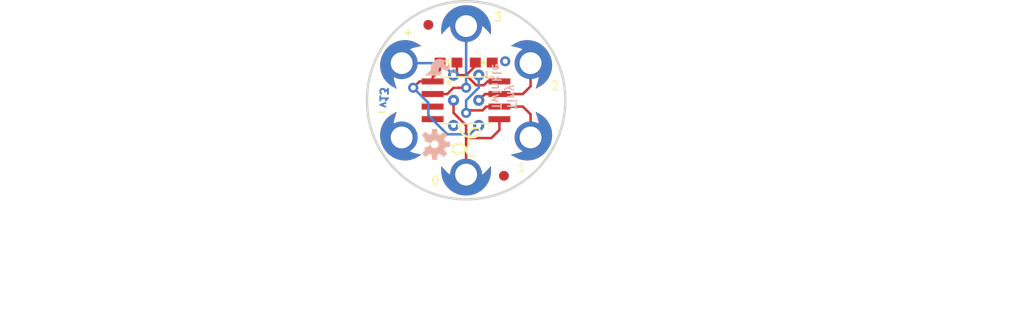
<source format=kicad_pcb>
(kicad_pcb (version 20211014) (generator pcbnew)
  (layers (0 "F.Cu" signal) (31 "B.Cu" signal) (34 "B.Paste" user) (35 "F.Paste" user) (36 "B.SilkS" user "B.Silkscreen") (37 "F.SilkS" user "F.Silkscreen") (38 "B.Mask" user) (39 "F.Mask" user) (44 "Edge.Cuts" user))
  (net 0 "")
  (net 1 "VCC")
  (net 2 "NRESET")
  (net 3 "GND")
  (net 4 "MOSI")
  (net 5 "MISO")
  (net 6 "SCK")
  (net 7 "N$6")
  (footprint "boardEagle:FIDUCIAL-1X2" (layer "F.Cu") (at 152.3111 112.6236)
    (fp_text reference "FID2" hide)
    (fp_text value "FIDUCIAL1X2" hide)
    (pad "1" smd roundrect (at 0 0) (size 1 1) (layers "F.Cu" "F.Mask") (roundrect_rratio 0.5))
  )
  (footprint "boardEagle:PETAL-SMALL-2SIDE" (layer "F.Cu") (at 142.0036 101.2521 -120)
    (fp_text reference "U$5" hide)
    (fp_text value "SEWTAP6" hide)
    (fp_poly (pts (xy -1.854655 -0.173117) (xy -1.587233 0.02496) (xy -1.296131 0.192254) (xy -0.987629 0.324761) (xy -0.665876 0.420699) (xy -0.335186 0.478783) (xy -0.000001 0.49823) (xy 0.335185 0.478783) (xy 0.665875 0.4207) (xy 0.987628 0.324762) (xy 1.29613 0.192254) (xy 1.587231 0.024961) (xy 1.857026 -0.174874) (xy 2.101909 -0.404578) (xy 2.32514 -0.668824) (xy 2.493638 -0.837322) (xy 2.51214 -0.289809) (xy 2.481402 0.029121) (xy 2.409619 0.341384) (xy 2.298003 0.641723) (xy 2.148431 0.925078) (xy 1.963424 1.186677) (xy 1.746098 1.422114) (xy 1.500112 1.627423) (xy 1.22961 1.799149) (xy 0.939146 1.934398) (xy 0.633613 2.030893) (xy 0.318157 2.087007) (xy 0.002347 2.1016) (xy -0.002346 2.1016) (xy -0.318157 2.087008) (xy -0.633613 2.030893) (xy -0.939146 1.934399) (xy -1.22961 1.79915) (xy -1.500112 1.627424) (xy -1.746098 1.422115) (xy -1.963425 1.186678) (xy -2.148432 0.925079) (xy -2.298003 0.641724) (xy -2.409619 0.341385) (xy -2.481402 0.029122) (xy -2.512141 -0.289808) (xy -2.5016 -0.601715) (xy -2.5016 -0.854591)) (layer "F.Cu") (width 0) (fill solid))
    (fp_poly (pts (xy 2.5016 -0.601715) (xy 2.512141 -0.289808) (xy 2.481402 0.029122) (xy 2.409619 0.341385) (xy 2.298003 0.641724) (xy 2.148432 0.925079) (xy 1.963425 1.186678) (xy 1.746098 1.422115) (xy 1.500112 1.627424) (xy 1.22961 1.79915) (xy 0.939146 1.934399) (xy 0.633613 2.030893) (xy 0.318157 2.087008) (xy 0.002346 2.1016) (xy -0.002347 2.1016) (xy -0.318157 2.087007) (xy -0.633613 2.030893) (xy -0.939146 1.934398) (xy -1.22961 1.799149) (xy -1.500112 1.627423) (xy -1.746098 1.422114) (xy -1.963424 1.186677) (xy -2.148431 0.925078) (xy -2.298003 0.641723) (xy -2.409619 0.341384) (xy -2.482146 0.025885) (xy -2.50954 -0.853224) (xy -2.32514 -0.668824) (xy -2.101909 -0.404578) (xy -1.857026 -0.174874) (xy -1.587231 0.024961) (xy -1.29613 0.192254) (xy -0.987628 0.324762) (xy -0.665875 0.4207) (xy -0.335185 0.478783) (xy 0.000001 0.49823) (xy 0.335186 0.478783) (xy 0.665876 0.420699) (xy 0.987629 0.324761) (xy 1.296131 0.192254) (xy 1.587233 0.02496) (xy 1.854655 -0.173117) (xy 2.5016 -0.854591)) (layer "B.Cu") (width 0) (fill solid))
    (pad "1" thru_hole circle (at 0 0 330) (size 3.216 3.216) (drill 2.2) (layers *.Cu *.Mask) (net 1 "VCC"))
  )
  (footprint "boardEagle:0603-RES" (layer "F.Cu") (at 146.7231 101.1936 180)
    (fp_text reference "R1" (at -0.889 -0.762 180) (layer "F.SilkS") (effects (font (size 0.373888 0.373888) (thickness 0.032512)) (justify right top)))
    (fp_text value "10k")
    (fp_poly (pts (xy -0.2286 0.381) (xy 0.2286 0.381) (xy 0.2286 -0.381) (xy -0.2286 -0.381)) (layer "F.SilkS") (width 0) (fill solid))
    (pad "1" smd rect (at -0.85 0 180) (size 1.1 1) (layers "F.Cu" "F.Paste" "F.Mask") (net 1 "VCC"))
    (pad "2" smd rect (at 0.85 0 180) (size 1.1 1) (layers "F.Cu" "F.Paste" "F.Mask") (net 2 "NRESET"))
  )
  (footprint "boardEagle:PETAL-SMALL-2SIDE" (layer "F.Cu") (at 148.5011 97.5106 180)
    (fp_text reference "U$6" hide)
    (fp_text value "SEWTAP6" hide)
    (fp_poly (pts (xy -1.854655 -0.173117) (xy -1.587233 0.02496) (xy -1.296131 0.192254) (xy -0.987629 0.324761) (xy -0.665876 0.420699) (xy -0.335186 0.478783) (xy -0.000001 0.49823) (xy 0.335185 0.478783) (xy 0.665875 0.4207) (xy 0.987628 0.324762) (xy 1.29613 0.192254) (xy 1.587231 0.024961) (xy 1.857026 -0.174874) (xy 2.101909 -0.404578) (xy 2.32514 -0.668824) (xy 2.493638 -0.837322) (xy 2.51214 -0.289809) (xy 2.481402 0.029121) (xy 2.409619 0.341384) (xy 2.298003 0.641723) (xy 2.148431 0.925078) (xy 1.963424 1.186677) (xy 1.746098 1.422114) (xy 1.500112 1.627423) (xy 1.22961 1.799149) (xy 0.939146 1.934398) (xy 0.633613 2.030893) (xy 0.318157 2.087007) (xy 0.002347 2.1016) (xy -0.002346 2.1016) (xy -0.318157 2.087008) (xy -0.633613 2.030893) (xy -0.939146 1.934399) (xy -1.22961 1.79915) (xy -1.500112 1.627424) (xy -1.746098 1.422115) (xy -1.963425 1.186678) (xy -2.148432 0.925079) (xy -2.298003 0.641724) (xy -2.409619 0.341385) (xy -2.481402 0.029122) (xy -2.512141 -0.289808) (xy -2.5016 -0.601715) (xy -2.5016 -0.854591)) (layer "F.Cu") (width 0) (fill solid))
    (fp_poly (pts (xy 2.5016 -0.601715) (xy 2.512141 -0.289808) (xy 2.481402 0.029122) (xy 2.409619 0.341385) (xy 2.298003 0.641724) (xy 2.148432 0.925079) (xy 1.963425 1.186678) (xy 1.746098 1.422115) (xy 1.500112 1.627424) (xy 1.22961 1.79915) (xy 0.939146 1.934399) (xy 0.633613 2.030893) (xy 0.318157 2.087008) (xy 0.002346 2.1016) (xy -0.002347 2.1016) (xy -0.318157 2.087007) (xy -0.633613 2.030893) (xy -0.939146 1.934398) (xy -1.22961 1.799149) (xy -1.500112 1.627423) (xy -1.746098 1.422114) (xy -1.963424 1.186677) (xy -2.148431 0.925078) (xy -2.298003 0.641723) (xy -2.409619 0.341384) (xy -2.482146 0.025885) (xy -2.50954 -0.853224) (xy -2.32514 -0.668824) (xy -2.101909 -0.404578) (xy -1.857026 -0.174874) (xy -1.587231 0.024961) (xy -1.29613 0.192254) (xy -0.987628 0.324762) (xy -0.665875 0.4207) (xy -0.335185 0.478783) (xy 0.000001 0.49823) (xy 0.335186 0.478783) (xy 0.665876 0.420699) (xy 0.987629 0.324761) (xy 1.296131 0.192254) (xy 1.587233 0.02496) (xy 1.854655 -0.173117) (xy 2.5016 -0.854591)) (layer "B.Cu") (width 0) (fill solid))
    (pad "1" thru_hole circle (at 0 0 270) (size 3.216 3.216) (drill 2.2) (layers *.Cu *.Mask) (net 7 "N$6"))
  )
  (footprint "boardEagle:PETAL-SMALL-2SIDE" (layer "F.Cu") (at 154.9951 101.2501 120)
    (fp_text reference "U$4" hide)
    (fp_text value "SEWTAP6" hide)
    (fp_poly (pts (xy -1.854655 -0.173117) (xy -1.587233 0.02496) (xy -1.296131 0.192254) (xy -0.987629 0.324761) (xy -0.665876 0.420699) (xy -0.335186 0.478783) (xy -0.000001 0.49823) (xy 0.335185 0.478783) (xy 0.665875 0.4207) (xy 0.987628 0.324762) (xy 1.29613 0.192254) (xy 1.587231 0.024961) (xy 1.857026 -0.174874) (xy 2.101909 -0.404578) (xy 2.32514 -0.668824) (xy 2.493638 -0.837322) (xy 2.51214 -0.289809) (xy 2.481402 0.029121) (xy 2.409619 0.341384) (xy 2.298003 0.641723) (xy 2.148431 0.925078) (xy 1.963424 1.186677) (xy 1.746098 1.422114) (xy 1.500112 1.627423) (xy 1.22961 1.799149) (xy 0.939146 1.934398) (xy 0.633613 2.030893) (xy 0.318157 2.087007) (xy 0.002347 2.1016) (xy -0.002346 2.1016) (xy -0.318157 2.087008) (xy -0.633613 2.030893) (xy -0.939146 1.934399) (xy -1.22961 1.79915) (xy -1.500112 1.627424) (xy -1.746098 1.422115) (xy -1.963425 1.186678) (xy -2.148432 0.925079) (xy -2.298003 0.641724) (xy -2.409619 0.341385) (xy -2.481402 0.029122) (xy -2.512141 -0.289808) (xy -2.5016 -0.601715) (xy -2.5016 -0.854591)) (layer "F.Cu") (width 0) (fill solid))
    (fp_poly (pts (xy 2.5016 -0.601715) (xy 2.512141 -0.289808) (xy 2.481402 0.029122) (xy 2.409619 0.341385) (xy 2.298003 0.641724) (xy 2.148432 0.925079) (xy 1.963425 1.186678) (xy 1.746098 1.422115) (xy 1.500112 1.627424) (xy 1.22961 1.79915) (xy 0.939146 1.934399) (xy 0.633613 2.030893) (xy 0.318157 2.087008) (xy 0.002346 2.1016) (xy -0.002347 2.1016) (xy -0.318157 2.087007) (xy -0.633613 2.030893) (xy -0.939146 1.934398) (xy -1.22961 1.799149) (xy -1.500112 1.627423) (xy -1.746098 1.422114) (xy -1.963424 1.186677) (xy -2.148431 0.925078) (xy -2.298003 0.641723) (xy -2.409619 0.341384) (xy -2.482146 0.025885) (xy -2.50954 -0.853224) (xy -2.32514 -0.668824) (xy -2.101909 -0.404578) (xy -1.857026 -0.174874) (xy -1.587231 0.024961) (xy -1.29613 0.192254) (xy -0.987628 0.324762) (xy -0.665875 0.4207) (xy -0.335185 0.478783) (xy 0.000001 0.49823) (xy 0.335186 0.478783) (xy 0.665876 0.420699) (xy 0.987629 0.324761) (xy 1.296131 0.192254) (xy 1.587233 0.02496) (xy 1.854655 -0.173117) (xy 2.5016 -0.854591)) (layer "B.Cu") (width 0) (fill solid))
    (pad "1" thru_hole circle (at 0 0 210) (size 3.216 3.216) (drill 2.2) (layers *.Cu *.Mask) (net 6 "SCK"))
  )
  (footprint "boardEagle:PETAL-SMALL-2SIDE" (layer "F.Cu") (at 154.9973 108.7527 60)
    (fp_text reference "U$3" hide)
    (fp_text value "SEWTAP6" hide)
    (fp_poly (pts (xy -1.854655 -0.173117) (xy -1.587233 0.02496) (xy -1.296131 0.192254) (xy -0.987629 0.324761) (xy -0.665876 0.420699) (xy -0.335186 0.478783) (xy -0.000001 0.49823) (xy 0.335185 0.478783) (xy 0.665875 0.4207) (xy 0.987628 0.324762) (xy 1.29613 0.192254) (xy 1.587231 0.024961) (xy 1.857026 -0.174874) (xy 2.101909 -0.404578) (xy 2.32514 -0.668824) (xy 2.493638 -0.837322) (xy 2.51214 -0.289809) (xy 2.481402 0.029121) (xy 2.409619 0.341384) (xy 2.298003 0.641723) (xy 2.148431 0.925078) (xy 1.963424 1.186677) (xy 1.746098 1.422114) (xy 1.500112 1.627423) (xy 1.22961 1.799149) (xy 0.939146 1.934398) (xy 0.633613 2.030893) (xy 0.318157 2.087007) (xy 0.002347 2.1016) (xy -0.002346 2.1016) (xy -0.318157 2.087008) (xy -0.633613 2.030893) (xy -0.939146 1.934399) (xy -1.22961 1.79915) (xy -1.500112 1.627424) (xy -1.746098 1.422115) (xy -1.963425 1.186678) (xy -2.148432 0.925079) (xy -2.298003 0.641724) (xy -2.409619 0.341385) (xy -2.481402 0.029122) (xy -2.512141 -0.289808) (xy -2.5016 -0.601715) (xy -2.5016 -0.854591)) (layer "F.Cu") (width 0) (fill solid))
    (fp_poly (pts (xy 2.5016 -0.601715) (xy 2.512141 -0.289808) (xy 2.481402 0.029122) (xy 2.409619 0.341385) (xy 2.298003 0.641724) (xy 2.148432 0.925079) (xy 1.963425 1.186678) (xy 1.746098 1.422115) (xy 1.500112 1.627424) (xy 1.22961 1.79915) (xy 0.939146 1.934399) (xy 0.633613 2.030893) (xy 0.318157 2.087008) (xy 0.002346 2.1016) (xy -0.002347 2.1016) (xy -0.318157 2.087007) (xy -0.633613 2.030893) (xy -0.939146 1.934398) (xy -1.22961 1.799149) (xy -1.500112 1.627423) (xy -1.746098 1.422114) (xy -1.963424 1.186677) (xy -2.148431 0.925078) (xy -2.298003 0.641723) (xy -2.409619 0.341384) (xy -2.482146 0.025885) (xy -2.50954 -0.853224) (xy -2.32514 -0.668824) (xy -2.101909 -0.404578) (xy -1.857026 -0.174874) (xy -1.587231 0.024961) (xy -1.29613 0.192254) (xy -0.987628 0.324762) (xy -0.665875 0.4207) (xy -0.335185 0.478783) (xy 0.000001 0.49823) (xy 0.335186 0.478783) (xy 0.665876 0.420699) (xy 0.987629 0.324761) (xy 1.296131 0.192254) (xy 1.587233 0.02496) (xy 1.854655 -0.173117) (xy 2.5016 -0.854591)) (layer "B.Cu") (width 0) (fill solid))
    (pad "1" thru_hole circle (at 0 0 150) (size 3.216 3.216) (drill 2.2) (layers *.Cu *.Mask) (net 5 "MISO"))
  )
  (footprint "boardEagle:FIDUCIAL-1X2" (layer "F.Cu") (at 144.6911 97.3836)
    (fp_text reference "FID1" hide)
    (fp_text value "FIDUCIAL1X2" hide)
    (pad "1" smd roundrect (at 0 0) (size 1 1) (layers "F.Cu" "F.Mask") (roundrect_rratio 0.5))
  )
  (footprint "boardEagle:PETAL-SMALL-2SIDE" (layer "F.Cu") (at 148.4977 112.5056)
    (fp_text reference "U$7" hide)
    (fp_text value "SEWTAP6" hide)
    (fp_poly (pts (xy -1.854655 -0.173117) (xy -1.587233 0.02496) (xy -1.296131 0.192254) (xy -0.987629 0.324761) (xy -0.665876 0.420699) (xy -0.335186 0.478783) (xy -0.000001 0.49823) (xy 0.335185 0.478783) (xy 0.665875 0.4207) (xy 0.987628 0.324762) (xy 1.29613 0.192254) (xy 1.587231 0.024961) (xy 1.857026 -0.174874) (xy 2.101909 -0.404578) (xy 2.32514 -0.668824) (xy 2.493638 -0.837322) (xy 2.51214 -0.289809) (xy 2.481402 0.029121) (xy 2.409619 0.341384) (xy 2.298003 0.641723) (xy 2.148431 0.925078) (xy 1.963424 1.186677) (xy 1.746098 1.422114) (xy 1.500112 1.627423) (xy 1.22961 1.799149) (xy 0.939146 1.934398) (xy 0.633613 2.030893) (xy 0.318157 2.087007) (xy 0.002347 2.1016) (xy -0.002346 2.1016) (xy -0.318157 2.087008) (xy -0.633613 2.030893) (xy -0.939146 1.934399) (xy -1.22961 1.79915) (xy -1.500112 1.627424) (xy -1.746098 1.422115) (xy -1.963425 1.186678) (xy -2.148432 0.925079) (xy -2.298003 0.641724) (xy -2.409619 0.341385) (xy -2.481402 0.029122) (xy -2.512141 -0.289808) (xy -2.5016 -0.601715) (xy -2.5016 -0.854591)) (layer "F.Cu") (width 0) (fill solid))
    (fp_poly (pts (xy 2.5016 -0.601715) (xy 2.512141 -0.289808) (xy 2.481402 0.029122) (xy 2.409619 0.341385) (xy 2.298003 0.641724) (xy 2.148432 0.925079) (xy 1.963425 1.186678) (xy 1.746098 1.422115) (xy 1.500112 1.627424) (xy 1.22961 1.79915) (xy 0.939146 1.934399) (xy 0.633613 2.030893) (xy 0.318157 2.087008) (xy 0.002346 2.1016) (xy -0.002347 2.1016) (xy -0.318157 2.087007) (xy -0.633613 2.030893) (xy -0.939146 1.934398) (xy -1.22961 1.799149) (xy -1.500112 1.627423) (xy -1.746098 1.422114) (xy -1.963424 1.186677) (xy -2.148431 0.925078) (xy -2.298003 0.641723) (xy -2.409619 0.341384) (xy -2.482146 0.025885) (xy -2.50954 -0.853224) (xy -2.32514 -0.668824) (xy -2.101909 -0.404578) (xy -1.857026 -0.174874) (xy -1.587231 0.024961) (xy -1.29613 0.192254) (xy -0.987628 0.324762) (xy -0.665875 0.4207) (xy -0.335185 0.478783) (xy 0.000001 0.49823) (xy 0.335186 0.478783) (xy 0.665876 0.420699) (xy 0.987629 0.324761) (xy 1.296131 0.192254) (xy 1.587233 0.02496) (xy 1.854655 -0.173117) (xy 2.5016 -0.854591)) (layer "B.Cu") (width 0) (fill solid))
    (pad "1" thru_hole circle (at 0 0 90) (size 3.216 3.216) (drill 2.2) (layers *.Cu *.Mask) (net 4 "MOSI"))
  )
  (footprint "boardEagle:0603-CAP" (layer "F.Cu") (at 150.2791 101.1936)
    (fp_text reference "C1" (at -0.889 -0.762) (layer "F.SilkS") (effects (font (size 0.373888 0.373888) (thickness 0.032512)) (justify left bottom)))
    (fp_text value "0.1uF")
    (fp_line (start 0 -0.0305) (end 0 0.0305) (layer "F.SilkS") (width 0.5588))
    (pad "1" smd rect (at -0.85 0) (size 1.1 1) (layers "F.Cu" "F.Paste" "F.Mask") (net 1 "VCC"))
    (pad "2" smd rect (at 0.85 0) (size 1.1 1) (layers "F.Cu" "F.Paste" "F.Mask") (net 3 "GND"))
  )
  (footprint "boardEagle:PETAL-SMALL-2SIDE" (layer "F.Cu") (at 142.0035 108.755 -60)
    (fp_text reference "U$2" hide)
    (fp_text value "SEWTAP6" hide)
    (fp_poly (pts (xy -1.854655 -0.173117) (xy -1.587233 0.02496) (xy -1.296131 0.192254) (xy -0.987629 0.324761) (xy -0.665876 0.420699) (xy -0.335186 0.478783) (xy -0.000001 0.49823) (xy 0.335185 0.478783) (xy 0.665875 0.4207) (xy 0.987628 0.324762) (xy 1.29613 0.192254) (xy 1.587231 0.024961) (xy 1.857026 -0.174874) (xy 2.101909 -0.404578) (xy 2.32514 -0.668824) (xy 2.493638 -0.837322) (xy 2.51214 -0.289809) (xy 2.481402 0.029121) (xy 2.409619 0.341384) (xy 2.298003 0.641723) (xy 2.148431 0.925078) (xy 1.963424 1.186677) (xy 1.746098 1.422114) (xy 1.500112 1.627423) (xy 1.22961 1.799149) (xy 0.939146 1.934398) (xy 0.633613 2.030893) (xy 0.318157 2.087007) (xy 0.002347 2.1016) (xy -0.002346 2.1016) (xy -0.318157 2.087008) (xy -0.633613 2.030893) (xy -0.939146 1.934399) (xy -1.22961 1.79915) (xy -1.500112 1.627424) (xy -1.746098 1.422115) (xy -1.963425 1.186678) (xy -2.148432 0.925079) (xy -2.298003 0.641724) (xy -2.409619 0.341385) (xy -2.481402 0.029122) (xy -2.512141 -0.289808) (xy -2.5016 -0.601715) (xy -2.5016 -0.854591)) (layer "F.Cu") (width 0) (fill solid))
    (fp_poly (pts (xy 2.5016 -0.601715) (xy 2.512141 -0.289808) (xy 2.481402 0.029122) (xy 2.409619 0.341385) (xy 2.298003 0.641724) (xy 2.148432 0.925079) (xy 1.963425 1.186678) (xy 1.746098 1.422115) (xy 1.500112 1.627424) (xy 1.22961 1.79915) (xy 0.939146 1.934399) (xy 0.633613 2.030893) (xy 0.318157 2.087008) (xy 0.002346 2.1016) (xy -0.002347 2.1016) (xy -0.318157 2.087007) (xy -0.633613 2.030893) (xy -0.939146 1.934398) (xy -1.22961 1.799149) (xy -1.500112 1.627423) (xy -1.746098 1.422114) (xy -1.963424 1.186677) (xy -2.148431 0.925078) (xy -2.298003 0.641723) (xy -2.409619 0.341384) (xy -2.482146 0.025885) (xy -2.50954 -0.853224) (xy -2.32514 -0.668824) (xy -2.101909 -0.404578) (xy -1.857026 -0.174874) (xy -1.587231 0.024961) (xy -1.29613 0.192254) (xy -0.987628 0.324762) (xy -0.665875 0.4207) (xy -0.335185 0.478783) (xy 0.000001 0.49823) (xy 0.335186 0.478783) (xy 0.665876 0.420699) (xy 0.987629 0.324761) (xy 1.296131 0.192254) (xy 1.587233 0.02496) (xy 1.854655 -0.173117) (xy 2.5016 -0.854591)) (layer "B.Cu") (width 0) (fill solid))
    (pad "1" thru_hole circle (at 0 0 30) (size 3.216 3.216) (drill 2.2) (layers *.Cu *.Mask) (net 3 "GND"))
  )
  (footprint "boardEagle:SO08-EIAJ" (layer "F.Cu") (at 148.5011 105.0036 -90)
    (fp_text reference "U1" (at -1.27 0.762 -90) (layer "F.SilkS") (effects (font (size 0.373888 0.373888) (thickness 0.032512)) (justify left bottom)))
    (fp_text value "ATTINY85")
    (fp_line (start -2.362 -2.5396) (end -2.362 2.565) (layer "F.SilkS") (width 0.1524))
    (fp_line (start 2.362 2.565) (end 2.362 -2.5396) (layer "F.SilkS") (width 0.1524))
    (fp_circle (center -1.8034 1.7526) (end -1.6598 1.7526) (layer "F.SilkS") (width 0.2032) (fill none))
    (pad "1" smd rect (at -1.905 3.3782 270) (size 0.6096 2.2098) (layers "F.Cu" "F.Paste" "F.Mask") (net 2 "NRESET"))
    (pad "2" smd rect (at -0.635 3.3782 270) (size 0.6096 2.2098) (layers "F.Cu" "F.Paste" "F.Mask") (net 7 "N$6"))
    (pad "3" smd rect (at 0.635 3.3782 270) (size 0.6096 2.2098) (layers "F.Cu" "F.Paste" "F.Mask"))
    (pad "4" smd rect (at 1.905 3.3782 270) (size 0.6096 2.2098) (layers "F.Cu" "F.Paste" "F.Mask") (net 3 "GND"))
    (pad "5" smd rect (at 1.905 -3.3528 270) (size 0.6096 2.2098) (layers "F.Cu" "F.Paste" "F.Mask") (net 4 "MOSI"))
    (pad "6" smd rect (at 0.635 -3.3528 270) (size 0.6096 2.2098) (layers "F.Cu" "F.Paste" "F.Mask") (net 5 "MISO"))
    (pad "7" smd rect (at -0.635 -3.3528 270) (size 0.6096 2.2098) (layers "F.Cu" "F.Paste" "F.Mask") (net 6 "SCK"))
    (pad "8" smd rect (at -1.905 -3.3528 270) (size 0.6096 2.2098) (layers "F.Cu" "F.Paste" "F.Mask") (net 1 "VCC"))
  )
  (footprint "boardEagle:LOGO-L" (layer "F.Cu") (at 148.5011 109.0676)
    (fp_text reference "U$8" hide)
    (fp_text value "LOGO-LPL" hide)
    (fp_line (start -0.8232 0.3256) (end -0.7232 0.3256) (layer "F.SilkS") (width 0.2032))
    (fp_line (start 1.3768 -0.9744) (end 1.3768 -1.0244) (layer "F.SilkS") (width 0.2032))
    (fp_line (start 0.2768 -0.5244) (end 0.2768 0.1256) (layer "F.SilkS") (width 0.2032))
    (fp_line (start 1.1268 -1.2744) (end 1.0268 -1.2744) (layer "F.SilkS") (width 0.2032))
    (fp_line (start 0.5268 -0.3244) (end 0.7268 -0.3244) (layer "F.SilkS") (width 0.2032))
    (fp_arc (start 0.2768 -0.5244) (mid 0.49647 -1.05473) (end 1.0268 -1.2744) (layer "F.SilkS") (width 0.2032))
    (fp_arc (start -1.3732 0.8756) (mid -1.212109 0.486691) (end -0.8232 0.3256) (layer "F.SilkS") (width 0.2032))
    (fp_arc (start -0.7232 0.3256) (mid -0.19287 0.54527) (end 0.0268 1.0756) (layer "F.SilkS") (width 0.2032))
    (fp_arc (start 0.2768 0.1256) (mid -0.074673 0.974128) (end -0.923201 1.325599) (layer "F.SilkS") (width 0.2032))
    (fp_arc (start 0.5268 -0.3244) (mid -0.392439 -0.705161) (end -0.7732 -1.6244) (layer "F.SilkS") (width 0.2032))
    (fp_arc (start 1.1268 -1.2744) (mid 1.303577 -1.201177) (end 1.3768 -1.0244) (layer "F.SilkS") (width 0.2032))
    (fp_arc (start 0.8768 1.5756) (mid 0.348247 1.501641) (end 0.0268 1.0756) (layer "F.SilkS") (width 0.2032))
    (fp_arc (start -0.9232 1.3256) (mid -1.241398 1.193798) (end -1.3732 0.8756) (layer "F.SilkS") (width 0.2032))
    (fp_arc (start 1.3768 -0.9744) (mid 1.186419 -0.514781) (end 0.7268 -0.3244) (layer "F.SilkS") (width 0.2032))
  )
  (footprint "boardEagle:CREATIVE_COMMONS" (layer "F.Cu") (at 121.8311 125.3236)
    (fp_text reference "FRAME2" hide)
    (fp_text value "FRAME-LETTER" hide)
  )
  (footprint "boardEagle:REVISION" (layer "F.Cu") (at 133.2611 127.8636)
    (fp_text reference "U$1" hide)
    (fp_text value "REVISION" hide)
  )
  (footprint "boardEagle:OSHW-LOGO-S" (layer "B.Cu") (at 145.3261 109.4486 90)
    (fp_text reference "LOGO1" hide)
    (fp_text value "OSHW-LOGOS" hide)
    (fp_poly (pts (xy 0.301647 1.061351) (xy 0.42347 1.022344) (xy 0.537177 0.963769) (xy 0.92862 1.282946) (xy 1.282946 0.92862) (xy 0.961035 0.533823) (xy 1.057046 0.302084) (xy 1.5638 0.250561) (xy 1.5638 -0.250561) (xy 1.057046 -0.302084) (xy 0.961035 -0.533823) (xy 1.282946 -0.92862) (xy 0.92862 -1.282946) (xy 0.537177 -0.96377) (xy 0.356601 -1.056794) (xy 0.088679 -0.410073) (xy 0.326262 -0.2176) (xy 0.373649 -0.121468) (xy 0.392729 -0.010339) (xy 0.379464 0.101634) (xy 0.334947 0.205229) (xy 0.262842 0.291918) (xy 0.169087 0.354561) (xy 0.061406 0.387999) (xy -0.051342 0.38948) (xy -0.159868 0.358881) (xy -0.255234 0.298724) (xy -0.329589 0.213962) (xy -0.376813 0.111569) (xy -0.392176 0.005767) (xy -0.322923 -0.222565) (xy -0.249312 -0.303773) (xy 0.091677 -0.5081) (xy -0.12929 -0.5081) (xy -0.355332 -1.053732) (xy -0.506597 -0.983577) (xy -0.538922 -0.965192) (xy -0.92862 -1.282946) (xy -1.282946 -0.92862) (xy -0.961035 -0.533823) (xy -1.057046 -0.302084) (xy -1.5638 -0.250561) (xy -1.5638 0.250561) (xy -1.057046 0.302084) (xy -0.961035 0.533823) (xy -1.282946 0.92862) (xy -0.92862 1.282946) (xy -0.533823 0.961035) (xy -0.302084 1.057046) (xy -0.250561 1.5638) (xy 0.250561 1.5638)) (layer "B.SilkS") (width 0) (fill solid))
  )
  (footprint "boardEagle:SFE_LOGO_FLAME_.1" (layer "B.Cu") (at 143.9611 102.8286 90)
    (fp_text reference "LOGO2" hide)
    (fp_text value "SFE_LOGO_FLAME.1_INCH" hide)
    (fp_poly (pts (xy 1.4 2.87) (xy 1.54 2.8) (xy 1.58 2.77) (xy 1.59 2.76) (xy 1.58 2.76) (xy 1.56 2.77) (xy 1.5 2.77) (xy 1.46 2.76) (xy 1.41 2.75) (xy 1.37 2.73) (xy 1.33 2.7) (xy 1.31 2.67) (xy 1.3 2.65) (xy 1.29 2.62) (xy 1.29 2.56) (xy 1.3 2.52) (xy 1.34 2.46) (xy 1.4 2.4) (xy 1.44 2.37) (xy 1.47 2.35) (xy 1.51 2.33) (xy 1.59 2.31) (xy 1.62 2.31) (xy 1.65 2.32) (xy 1.68 2.35) (xy 1.69 2.37) (xy 1.7 2.4) (xy 1.7 2.49) (xy 1.78 2.44) (xy 1.86 2.35) (xy 1.93 2.24) (xy 1.98 2.09) (xy 2.01 1.93) (xy 2 1.76) (xy 1.95 1.57) (xy 1.85 1.39) (xy 1.78 1.3) (xy 1.7 1.22) (xy 1.62 1.15) (xy 1.52 1.09) (xy 1.42 1.05) (xy 1.31 1.02) (xy 1.19 1) (xy 1 1) (xy 0.94 0.99) (xy 0.84 0.93) (xy 0.74 0.83) (xy 0.62 0.69) (xy 0.5 0.57) (xy 0.45 0.51) (xy 0.4 0.46) (xy 0.37 0.41) (xy 0.32 0.36) (xy 0.32 1.73) (xy 0.33 1.81) (xy 0.35 1.88) (xy 0.41 1.98) (xy 0.46 2.02) (xy 0.5 2.05) (xy 0.55 2.07) (xy 0.6 2.08) (xy 0.66 2.09) (xy 0.78 2.09) (xy 0.82 2.07) (xy 0.81 2.06) (xy 0.77 2.04) (xy 0.74 2.03) (xy 0.68 1.97) (xy 0.67 1.94) (xy 0.67 1.9) (xy 0.68 1.87) (xy 0.7 1.84) (xy 0.76 1.78) (xy 0.81 1.76) (xy 0.86 1.75) (xy 0.94 1.75) (xy 1.02 1.77) (xy 1.08 1.81) (xy 1.12 1.86) (xy 1.14 1.92) (xy 1.14 1.99) (xy 1.11 2.07) (xy 1.04 2.14) (xy 0.96 2.23) (xy 0.89 2.31) (xy 0.84 2.4) (xy 0.82 2.49) (xy 0.82 2.57) (xy 0.85 2.66) (xy 0.9 2.74) (xy 0.99 2.81) (xy 1.1 2.87) (xy 1.21 2.89) (xy 1.31 2.89)) (layer "B.SilkS") (width 0) (fill solid))
  )
  (footprint "boardEagle:2X3_TEST_POINTS" (layer "B.Cu") (at 148.5011 105.0036 -90)
    (fp_text reference "J1" hide)
    (fp_text value "" hide)
    (fp_line (start -2.8956 -2.0574) (end -2.2098 -2.0574) (layer "B.SilkS") (width 0.2032))
    (pad "1" thru_hole circle (at -2.54 -1.27 270) (size 1.1176 1.1176) (drill 0.508) (layers *.Cu) (net 5 "MISO"))
    (pad "2" thru_hole circle (at -2.54 1.27 270) (size 1.1176 1.1176) (drill 0.508) (layers *.Cu) (net 1 "VCC"))
    (pad "3" thru_hole circle (at 0 -1.27 270) (size 1.1176 1.1176) (drill 0.508) (layers *.Cu) (net 6 "SCK"))
    (pad "4" thru_hole circle (at 0 1.27 270) (size 1.1176 1.1176) (drill 0.508) (layers *.Cu) (net 4 "MOSI"))
    (pad "5" thru_hole circle (at 2.54 -1.27 270) (size 1.1176 1.1176) (drill 0.508) (layers *.Cu) (net 2 "NRESET"))
    (pad "6" thru_hole circle (at 2.54 1.27 270) (size 1.1176 1.1176) (drill 0.508) (layers *.Cu) (net 3 "GND"))
  )
  (gr_circle (center 148.5011 105.0036) (end 158.5011 105.0036) (layer "Edge.Cuts") (width 0.254) (fill none))
  (gr_text "v13" (at 140.6441 103.5916 -90) (layer "B.Cu") (effects (font (size 0.762 0.762) (thickness 0.254)) (justify right top mirror)))
  (gr_text "Twinkle" (at 151.0411 106.0196 -90) (layer "B.SilkS") (effects (font (size 0.8636 0.8636) (thickness 0.1524)) (justify left bottom mirror)))
  (gr_text "Tiny" (at 152.5651 106.0196 -90) (layer "B.SilkS") (effects (font (size 0.8636 0.8636) (thickness 0.1524)) (justify left bottom mirror)))
  (gr_text "+" (at 142.0241 98.6536) (layer "F.SilkS") (effects (font (size 0.8636 0.8636) (thickness 0.1524)) (justify left bottom)))
  (gr_text "1" (at 153.5811 112.3064) (layer "F.SilkS") (effects (font (size 0.8636 0.8636) (thickness 0.1524)) (justify left bottom)))
  (gr_text "-" (at 139.3571 106.6546) (layer "F.SilkS") (effects (font (size 0.8636 0.8636) (thickness 0.1524)) (justify left bottom)))
  (gr_text "0" (at 144.8872 113.6299) (layer "F.SilkS") (effects (font (size 0.8636 0.8636) (thickness 0.1524)) (justify left bottom)))
  (gr_text "2" (at 156.9613 104.0416) (layer "F.SilkS") (effects (font (size 0.8636 0.8636) (thickness 0.1524)) (justify left bottom)))
  (gr_text "3" (at 151.1841 97.1168) (layer "F.SilkS") (effects (font (size 0.8636 0.8636) (thickness 0.1524)) (justify left bottom)))
  (segment (start 150.2791 103.4796) (end 149.5171 103.4796) (width 0.254) (layer "F.Cu") (net 1))
  (segment (start 151.8539 103.0986) (end 150.6601 103.0986) (width 0.254) (layer "F.Cu") (net 1))
  (segment (start 148.5011 102.4636) (end 147.2311 102.4636) (width 0.254) (layer "F.Cu") (net 1))
  (segment (start 149.4291 101.5356) (end 149.4291 101.1936) (width 0.254) (layer "F.Cu") (net 1))
  (segment (start 150.6601 103.0986) (end 150.2791 103.4796) (width 0.254) (layer "F.Cu") (net 1))
  (segment (start 149.5171 103.4796) (end 148.5011 102.4636) (width 0.254) (layer "F.Cu") (net 1))
  (segment (start 147.5731 102.1216) (end 147.2311 102.4636) (width 0.254) (layer "F.Cu") (net 1))
  (segment (start 147.5731 101.1936) (end 147.5731 102.1216) (width 0.254) (layer "F.Cu") (net 1))
  (segment (start 148.5011 102.4636) (end 149.4291 101.5356) (width 0.254) (layer "F.Cu") (net 1))
  (segment (start 142.0036 101.2521) (end 146.0196 101.2521) (width 0.254) (layer "B.Cu") (net 1))
  (segment (start 146.0196 101.2521) (end 147.2311 102.4636) (width 0.254) (layer "B.Cu") (net 1))
  (segment (start 145.8731 101.9166) (end 145.8731 101.1936) (width 0.254) (layer "F.Cu") (net 2))
  (segment (start 145.1229 103.0986) (end 145.1229 102.6668) (width 0.254) (layer "F.Cu") (net 2))
  (segment (start 145.1229 102.6668) (end 145.8731 101.9166) (width 0.254) (layer "F.Cu") (net 2))
  (segment (start 143.1671 103.7336) (end 143.8021 103.0986) (width 0.254) (layer "F.Cu") (net 2))
  (segment (start 143.8021 103.0986) (end 145.1229 103.0986) (width 0.254) (layer "F.Cu") (net 2))
  (via (at 143.1671 103.7336) (size 1.016) (drill 0.508) (layers "F.Cu" "B.Cu") (net 2))
  (segment (start 146.5961 108.4326) (end 144.6911 106.5276) (width 0.254) (layer "B.Cu") (net 2))
  (segment (start 144.6911 105.2576) (end 143.1671 103.7336) (width 0.254) (layer "B.Cu") (net 2))
  (segment (start 149.7711 107.5436) (end 148.8821 108.4326) (width 0.254) (layer "B.Cu") (net 2))
  (segment (start 144.6911 106.5276) (end 144.6911 105.2576) (width 0.254) (layer "B.Cu") (net 2))
  (segment (start 148.8821 108.4326) (end 146.5961 108.4326) (width 0.254) (layer "B.Cu") (net 2))
  (via (at 152.4381 101.0666) (size 1.016) (drill 0.508) (layers "F.Cu" "B.Cu") (net 3))
  (segment (start 148.4977 112.5056) (end 148.4977 108.8136) (width 0.254) (layer "F.Cu") (net 4))
  (segment (start 148.4977 108.8136) (end 148.4977 107.5402) (width 0.254) (layer "F.Cu") (net 4))
  (segment (start 148.4977 107.5402) (end 147.2311 106.2736) (width 0.254) (layer "F.Cu") (net 4))
  (segment (start 147.2311 106.2736) (end 147.2311 105.0036) (width 0.254) (layer "F.Cu") (net 4))
  (segment (start 151.0411 108.8136) (end 148.4977 108.8136) (width 0.254) (layer "F.Cu") (net 4))
  (segment (start 151.8539 106.9086) (end 151.8539 108.0008) (width 0.254) (layer "F.Cu") (net 4))
  (segment (start 151.8539 108.0008) (end 151.0411 108.8136) (width 0.254) (layer "F.Cu") (net 4))
  (segment (start 151.8539 105.6386) (end 150.5331 105.6386) (width 0.254) (layer "F.Cu") (net 5))
  (segment (start 151.8539 105.6386) (end 154.2161 105.6386) (width 0.254) (layer "F.Cu") (net 5))
  (segment (start 148.7551 106.0196) (end 148.5011 106.2736) (width 0.254) (layer "F.Cu") (net 5))
  (segment (start 154.9973 108.7527) (end 154.9973 106.4198) (width 0.254) (layer "F.Cu") (net 5))
  (segment (start 150.1521 106.0196) (end 148.7551 106.0196) (width 0.254) (layer "F.Cu") (net 5))
  (segment (start 154.2161 105.6386) (end 154.9973 106.4198) (width 0.254) (layer "F.Cu") (net 5))
  (segment (start 150.5331 105.6386) (end 150.1521 106.0196) (width 0.254) (layer "F.Cu") (net 5))
  (via (at 148.5011 106.2736) (size 1.016) (drill 0.508) (layers "F.Cu" "B.Cu") (net 5))
  (segment (start 154.9973 108.7527) (end 154.7902 108.7527) (width 0.254) (layer "B.Cu") (net 5))
  (segment (start 149.7711 103.7336) (end 148.5011 105.0036) (width 0.254) (layer "B.Cu") (net 5))
  (segment (start 148.5011 105.0036) (end 148.5011 106.2736) (width 0.254) (layer "B.Cu") (net 5))
  (segment (start 149.7711 102.4636) (end 149.7711 103.7336) (width 0.254) (layer "B.Cu") (net 5))
  (segment (start 154.2161 104.3686) (end 154.9951 103.5896) (width 0.254) (layer "F.Cu") (net 6))
  (segment (start 150.4061 104.3686) (end 149.7711 105.0036) (width 0.254) (layer "F.Cu") (net 6))
  (segment (start 154.9951 101.2501) (end 154.9951 103.5896) (width 0.254) (layer "F.Cu") (net 6))
  (segment (start 151.8539 104.3686) (end 150.4061 104.3686) (width 0.254) (layer "F.Cu") (net 6))
  (segment (start 151.8539 104.3686) (end 154.2161 104.3686) (width 0.254) (layer "F.Cu") (net 6))
  (segment (start 147.2311 103.7336) (end 148.5011 103.7336) (width 0.254) (layer "F.Cu") (net 7))
  (segment (start 145.1229 104.3686) (end 146.5961 104.3686) (width 0.254) (layer "F.Cu") (net 7))
  (segment (start 146.5961 104.3686) (end 147.2311 103.7336) (width 0.254) (layer "F.Cu") (net 7))
  (via (at 148.5011 103.7336) (size 1.016) (drill 0.508) (layers "F.Cu" "B.Cu") (net 7))
  (segment (start 148.5011 97.5106) (end 148.5011 103.7336) (width 0.254) (layer "B.Cu") (net 7))
)
</source>
